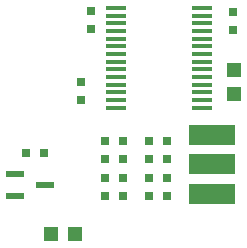
<source format=gtp>
G75*
%MOIN*%
%OFA0B0*%
%FSLAX25Y25*%
%IPPOS*%
%LPD*%
%AMOC8*
5,1,8,0,0,1.08239X$1,22.5*
%
%ADD10R,0.06400X0.02400*%
%ADD11R,0.03150X0.03150*%
%ADD12R,0.04724X0.05118*%
%ADD13R,0.05118X0.04724*%
%ADD14R,0.06600X0.01700*%
%ADD15R,0.15748X0.06693*%
D10*
X0013723Y0022363D03*
X0013723Y0029843D03*
X0023523Y0026103D03*
D11*
X0023198Y0036812D03*
X0017198Y0036812D03*
X0035473Y0054402D03*
X0035473Y0060402D03*
X0038780Y0078143D03*
X0038780Y0084143D03*
X0043576Y0040670D03*
X0049576Y0040670D03*
X0049576Y0034568D03*
X0049576Y0028465D03*
X0043576Y0028465D03*
X0043576Y0034568D03*
X0043576Y0022363D03*
X0049576Y0022363D03*
X0058143Y0022363D03*
X0064143Y0022363D03*
X0064143Y0028465D03*
X0064143Y0034568D03*
X0058143Y0034568D03*
X0058143Y0028465D03*
X0058143Y0040670D03*
X0064143Y0040670D03*
X0086261Y0077709D03*
X0086261Y0083709D03*
D12*
X0033646Y0009568D03*
X0025646Y0009568D03*
D13*
X0086497Y0056316D03*
X0086497Y0064316D03*
D14*
X0075857Y0064587D03*
X0075857Y0062028D03*
X0075857Y0059469D03*
X0075857Y0056910D03*
X0075857Y0054351D03*
X0075857Y0051792D03*
X0075857Y0067146D03*
X0075857Y0069705D03*
X0075857Y0072265D03*
X0075857Y0074824D03*
X0075857Y0077383D03*
X0075857Y0079942D03*
X0075857Y0082501D03*
X0075857Y0085060D03*
X0047373Y0085060D03*
X0047373Y0082501D03*
X0047373Y0079942D03*
X0047373Y0077383D03*
X0047373Y0074824D03*
X0047373Y0072265D03*
X0047373Y0069705D03*
X0047373Y0067146D03*
X0047373Y0064587D03*
X0047373Y0062028D03*
X0047373Y0059469D03*
X0047373Y0056910D03*
X0047373Y0054351D03*
X0047373Y0051792D03*
D15*
X0079255Y0042823D03*
X0079250Y0033041D03*
X0079221Y0023154D03*
M02*

</source>
